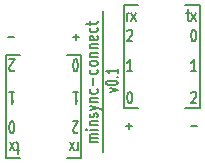
<source format=gto>
G04 #@! TF.GenerationSoftware,KiCad,Pcbnew,8.0.7*
G04 #@! TF.CreationDate,2025-01-22T20:06:29+01:00*
G04 #@! TF.ProjectId,minsync_connect,6d696e73-796e-4635-9f63-6f6e6e656374,rev?*
G04 #@! TF.SameCoordinates,Original*
G04 #@! TF.FileFunction,Legend,Top*
G04 #@! TF.FilePolarity,Positive*
%FSLAX46Y46*%
G04 Gerber Fmt 4.6, Leading zero omitted, Abs format (unit mm)*
G04 Created by KiCad (PCBNEW 8.0.7) date 2025-01-22 20:06:29*
%MOMM*%
%LPD*%
G01*
G04 APERTURE LIST*
%ADD10C,0.160000*%
%ADD11R,1.700000X1.700000*%
%ADD12C,1.700000*%
G04 APERTURE END LIST*
D10*
X155000000Y-34000000D02*
X155000000Y-46000000D01*
X155602632Y-40894737D02*
X156269299Y-40728070D01*
X156269299Y-40728070D02*
X155602632Y-40561403D01*
X155269299Y-40161404D02*
X155269299Y-40094737D01*
X155269299Y-40094737D02*
X155316918Y-40028070D01*
X155316918Y-40028070D02*
X155364537Y-39994737D01*
X155364537Y-39994737D02*
X155459775Y-39961404D01*
X155459775Y-39961404D02*
X155650251Y-39928070D01*
X155650251Y-39928070D02*
X155888346Y-39928070D01*
X155888346Y-39928070D02*
X156078822Y-39961404D01*
X156078822Y-39961404D02*
X156174060Y-39994737D01*
X156174060Y-39994737D02*
X156221680Y-40028070D01*
X156221680Y-40028070D02*
X156269299Y-40094737D01*
X156269299Y-40094737D02*
X156269299Y-40161404D01*
X156269299Y-40161404D02*
X156221680Y-40228070D01*
X156221680Y-40228070D02*
X156174060Y-40261404D01*
X156174060Y-40261404D02*
X156078822Y-40294737D01*
X156078822Y-40294737D02*
X155888346Y-40328070D01*
X155888346Y-40328070D02*
X155650251Y-40328070D01*
X155650251Y-40328070D02*
X155459775Y-40294737D01*
X155459775Y-40294737D02*
X155364537Y-40261404D01*
X155364537Y-40261404D02*
X155316918Y-40228070D01*
X155316918Y-40228070D02*
X155269299Y-40161404D01*
X156174060Y-39628070D02*
X156221680Y-39594737D01*
X156221680Y-39594737D02*
X156269299Y-39628070D01*
X156269299Y-39628070D02*
X156221680Y-39661403D01*
X156221680Y-39661403D02*
X156174060Y-39628070D01*
X156174060Y-39628070D02*
X156269299Y-39628070D01*
X156269299Y-38928070D02*
X156269299Y-39328070D01*
X156269299Y-39128070D02*
X155269299Y-39128070D01*
X155269299Y-39128070D02*
X155412156Y-39194737D01*
X155412156Y-39194737D02*
X155507394Y-39261404D01*
X155507394Y-39261404D02*
X155555013Y-39328070D01*
X154569299Y-45166666D02*
X153902632Y-45166666D01*
X153997870Y-45166666D02*
X153950251Y-45128571D01*
X153950251Y-45128571D02*
X153902632Y-45052381D01*
X153902632Y-45052381D02*
X153902632Y-44938095D01*
X153902632Y-44938095D02*
X153950251Y-44861904D01*
X153950251Y-44861904D02*
X154045489Y-44823809D01*
X154045489Y-44823809D02*
X154569299Y-44823809D01*
X154045489Y-44823809D02*
X153950251Y-44785714D01*
X153950251Y-44785714D02*
X153902632Y-44709523D01*
X153902632Y-44709523D02*
X153902632Y-44595238D01*
X153902632Y-44595238D02*
X153950251Y-44519047D01*
X153950251Y-44519047D02*
X154045489Y-44480952D01*
X154045489Y-44480952D02*
X154569299Y-44480952D01*
X154569299Y-44099999D02*
X153902632Y-44099999D01*
X153569299Y-44099999D02*
X153616918Y-44138095D01*
X153616918Y-44138095D02*
X153664537Y-44099999D01*
X153664537Y-44099999D02*
X153616918Y-44061904D01*
X153616918Y-44061904D02*
X153569299Y-44099999D01*
X153569299Y-44099999D02*
X153664537Y-44099999D01*
X153902632Y-43719047D02*
X154569299Y-43719047D01*
X153997870Y-43719047D02*
X153950251Y-43680952D01*
X153950251Y-43680952D02*
X153902632Y-43604762D01*
X153902632Y-43604762D02*
X153902632Y-43490476D01*
X153902632Y-43490476D02*
X153950251Y-43414285D01*
X153950251Y-43414285D02*
X154045489Y-43376190D01*
X154045489Y-43376190D02*
X154569299Y-43376190D01*
X154521680Y-43033333D02*
X154569299Y-42957142D01*
X154569299Y-42957142D02*
X154569299Y-42804761D01*
X154569299Y-42804761D02*
X154521680Y-42728571D01*
X154521680Y-42728571D02*
X154426441Y-42690475D01*
X154426441Y-42690475D02*
X154378822Y-42690475D01*
X154378822Y-42690475D02*
X154283584Y-42728571D01*
X154283584Y-42728571D02*
X154235965Y-42804761D01*
X154235965Y-42804761D02*
X154235965Y-42919047D01*
X154235965Y-42919047D02*
X154188346Y-42995237D01*
X154188346Y-42995237D02*
X154093108Y-43033333D01*
X154093108Y-43033333D02*
X154045489Y-43033333D01*
X154045489Y-43033333D02*
X153950251Y-42995237D01*
X153950251Y-42995237D02*
X153902632Y-42919047D01*
X153902632Y-42919047D02*
X153902632Y-42804761D01*
X153902632Y-42804761D02*
X153950251Y-42728571D01*
X153902632Y-42423809D02*
X154569299Y-42233333D01*
X153902632Y-42042856D02*
X154569299Y-42233333D01*
X154569299Y-42233333D02*
X154807394Y-42309523D01*
X154807394Y-42309523D02*
X154855013Y-42347618D01*
X154855013Y-42347618D02*
X154902632Y-42423809D01*
X153902632Y-41738094D02*
X154569299Y-41738094D01*
X153997870Y-41738094D02*
X153950251Y-41699999D01*
X153950251Y-41699999D02*
X153902632Y-41623809D01*
X153902632Y-41623809D02*
X153902632Y-41509523D01*
X153902632Y-41509523D02*
X153950251Y-41433332D01*
X153950251Y-41433332D02*
X154045489Y-41395237D01*
X154045489Y-41395237D02*
X154569299Y-41395237D01*
X154521680Y-40671427D02*
X154569299Y-40747618D01*
X154569299Y-40747618D02*
X154569299Y-40899999D01*
X154569299Y-40899999D02*
X154521680Y-40976189D01*
X154521680Y-40976189D02*
X154474060Y-41014284D01*
X154474060Y-41014284D02*
X154378822Y-41052380D01*
X154378822Y-41052380D02*
X154093108Y-41052380D01*
X154093108Y-41052380D02*
X153997870Y-41014284D01*
X153997870Y-41014284D02*
X153950251Y-40976189D01*
X153950251Y-40976189D02*
X153902632Y-40899999D01*
X153902632Y-40899999D02*
X153902632Y-40747618D01*
X153902632Y-40747618D02*
X153950251Y-40671427D01*
X154188346Y-40328570D02*
X154188346Y-39719047D01*
X154521680Y-38995237D02*
X154569299Y-39071428D01*
X154569299Y-39071428D02*
X154569299Y-39223809D01*
X154569299Y-39223809D02*
X154521680Y-39299999D01*
X154521680Y-39299999D02*
X154474060Y-39338094D01*
X154474060Y-39338094D02*
X154378822Y-39376190D01*
X154378822Y-39376190D02*
X154093108Y-39376190D01*
X154093108Y-39376190D02*
X153997870Y-39338094D01*
X153997870Y-39338094D02*
X153950251Y-39299999D01*
X153950251Y-39299999D02*
X153902632Y-39223809D01*
X153902632Y-39223809D02*
X153902632Y-39071428D01*
X153902632Y-39071428D02*
X153950251Y-38995237D01*
X154569299Y-38538095D02*
X154521680Y-38614285D01*
X154521680Y-38614285D02*
X154474060Y-38652380D01*
X154474060Y-38652380D02*
X154378822Y-38690476D01*
X154378822Y-38690476D02*
X154093108Y-38690476D01*
X154093108Y-38690476D02*
X153997870Y-38652380D01*
X153997870Y-38652380D02*
X153950251Y-38614285D01*
X153950251Y-38614285D02*
X153902632Y-38538095D01*
X153902632Y-38538095D02*
X153902632Y-38423809D01*
X153902632Y-38423809D02*
X153950251Y-38347618D01*
X153950251Y-38347618D02*
X153997870Y-38309523D01*
X153997870Y-38309523D02*
X154093108Y-38271428D01*
X154093108Y-38271428D02*
X154378822Y-38271428D01*
X154378822Y-38271428D02*
X154474060Y-38309523D01*
X154474060Y-38309523D02*
X154521680Y-38347618D01*
X154521680Y-38347618D02*
X154569299Y-38423809D01*
X154569299Y-38423809D02*
X154569299Y-38538095D01*
X153902632Y-37928570D02*
X154569299Y-37928570D01*
X153997870Y-37928570D02*
X153950251Y-37890475D01*
X153950251Y-37890475D02*
X153902632Y-37814285D01*
X153902632Y-37814285D02*
X153902632Y-37699999D01*
X153902632Y-37699999D02*
X153950251Y-37623808D01*
X153950251Y-37623808D02*
X154045489Y-37585713D01*
X154045489Y-37585713D02*
X154569299Y-37585713D01*
X153902632Y-37204760D02*
X154569299Y-37204760D01*
X153997870Y-37204760D02*
X153950251Y-37166665D01*
X153950251Y-37166665D02*
X153902632Y-37090475D01*
X153902632Y-37090475D02*
X153902632Y-36976189D01*
X153902632Y-36976189D02*
X153950251Y-36899998D01*
X153950251Y-36899998D02*
X154045489Y-36861903D01*
X154045489Y-36861903D02*
X154569299Y-36861903D01*
X154521680Y-36176188D02*
X154569299Y-36252379D01*
X154569299Y-36252379D02*
X154569299Y-36404760D01*
X154569299Y-36404760D02*
X154521680Y-36480950D01*
X154521680Y-36480950D02*
X154426441Y-36519046D01*
X154426441Y-36519046D02*
X154045489Y-36519046D01*
X154045489Y-36519046D02*
X153950251Y-36480950D01*
X153950251Y-36480950D02*
X153902632Y-36404760D01*
X153902632Y-36404760D02*
X153902632Y-36252379D01*
X153902632Y-36252379D02*
X153950251Y-36176188D01*
X153950251Y-36176188D02*
X154045489Y-36138093D01*
X154045489Y-36138093D02*
X154140727Y-36138093D01*
X154140727Y-36138093D02*
X154235965Y-36519046D01*
X154521680Y-35452379D02*
X154569299Y-35528570D01*
X154569299Y-35528570D02*
X154569299Y-35680951D01*
X154569299Y-35680951D02*
X154521680Y-35757141D01*
X154521680Y-35757141D02*
X154474060Y-35795236D01*
X154474060Y-35795236D02*
X154378822Y-35833332D01*
X154378822Y-35833332D02*
X154093108Y-35833332D01*
X154093108Y-35833332D02*
X153997870Y-35795236D01*
X153997870Y-35795236D02*
X153950251Y-35757141D01*
X153950251Y-35757141D02*
X153902632Y-35680951D01*
X153902632Y-35680951D02*
X153902632Y-35528570D01*
X153902632Y-35528570D02*
X153950251Y-35452379D01*
X153902632Y-35223808D02*
X153902632Y-34919046D01*
X153569299Y-35109522D02*
X154426441Y-35109522D01*
X154426441Y-35109522D02*
X154521680Y-35071427D01*
X154521680Y-35071427D02*
X154569299Y-34995237D01*
X154569299Y-34995237D02*
X154569299Y-34919046D01*
X147099999Y-40880700D02*
X147499999Y-40880700D01*
X147299999Y-40880700D02*
X147299999Y-41880700D01*
X147299999Y-41880700D02*
X147366666Y-41737843D01*
X147366666Y-41737843D02*
X147433333Y-41642605D01*
X147433333Y-41642605D02*
X147499999Y-41594986D01*
X147333333Y-44380700D02*
X147266666Y-44380700D01*
X147266666Y-44380700D02*
X147199999Y-44333081D01*
X147199999Y-44333081D02*
X147166666Y-44285462D01*
X147166666Y-44285462D02*
X147133333Y-44190224D01*
X147133333Y-44190224D02*
X147099999Y-43999748D01*
X147099999Y-43999748D02*
X147099999Y-43761653D01*
X147099999Y-43761653D02*
X147133333Y-43571177D01*
X147133333Y-43571177D02*
X147166666Y-43475939D01*
X147166666Y-43475939D02*
X147199999Y-43428320D01*
X147199999Y-43428320D02*
X147266666Y-43380700D01*
X147266666Y-43380700D02*
X147333333Y-43380700D01*
X147333333Y-43380700D02*
X147399999Y-43428320D01*
X147399999Y-43428320D02*
X147433333Y-43475939D01*
X147433333Y-43475939D02*
X147466666Y-43571177D01*
X147466666Y-43571177D02*
X147499999Y-43761653D01*
X147499999Y-43761653D02*
X147499999Y-43999748D01*
X147499999Y-43999748D02*
X147466666Y-44190224D01*
X147466666Y-44190224D02*
X147433333Y-44285462D01*
X147433333Y-44285462D02*
X147399999Y-44333081D01*
X147399999Y-44333081D02*
X147333333Y-44380700D01*
X152899999Y-44285462D02*
X152866666Y-44333081D01*
X152866666Y-44333081D02*
X152799999Y-44380700D01*
X152799999Y-44380700D02*
X152633333Y-44380700D01*
X152633333Y-44380700D02*
X152566666Y-44333081D01*
X152566666Y-44333081D02*
X152533333Y-44285462D01*
X152533333Y-44285462D02*
X152499999Y-44190224D01*
X152499999Y-44190224D02*
X152499999Y-44094986D01*
X152499999Y-44094986D02*
X152533333Y-43952129D01*
X152533333Y-43952129D02*
X152933333Y-43380700D01*
X152933333Y-43380700D02*
X152499999Y-43380700D01*
X152733333Y-39130700D02*
X152666666Y-39130700D01*
X152666666Y-39130700D02*
X152599999Y-39083081D01*
X152599999Y-39083081D02*
X152566666Y-39035462D01*
X152566666Y-39035462D02*
X152533333Y-38940224D01*
X152533333Y-38940224D02*
X152499999Y-38749748D01*
X152499999Y-38749748D02*
X152499999Y-38511653D01*
X152499999Y-38511653D02*
X152533333Y-38321177D01*
X152533333Y-38321177D02*
X152566666Y-38225939D01*
X152566666Y-38225939D02*
X152599999Y-38178320D01*
X152599999Y-38178320D02*
X152666666Y-38130700D01*
X152666666Y-38130700D02*
X152733333Y-38130700D01*
X152733333Y-38130700D02*
X152799999Y-38178320D01*
X152799999Y-38178320D02*
X152833333Y-38225939D01*
X152833333Y-38225939D02*
X152866666Y-38321177D01*
X152866666Y-38321177D02*
X152899999Y-38511653D01*
X152899999Y-38511653D02*
X152899999Y-38749748D01*
X152899999Y-38749748D02*
X152866666Y-38940224D01*
X152866666Y-38940224D02*
X152833333Y-39035462D01*
X152833333Y-39035462D02*
X152799999Y-39083081D01*
X152799999Y-39083081D02*
X152733333Y-39130700D01*
X152499999Y-40880700D02*
X152899999Y-40880700D01*
X152699999Y-40880700D02*
X152699999Y-41880700D01*
X152699999Y-41880700D02*
X152766666Y-41737843D01*
X152766666Y-41737843D02*
X152833333Y-41642605D01*
X152833333Y-41642605D02*
X152899999Y-41594986D01*
X147499999Y-39035462D02*
X147466666Y-39083081D01*
X147466666Y-39083081D02*
X147399999Y-39130700D01*
X147399999Y-39130700D02*
X147233333Y-39130700D01*
X147233333Y-39130700D02*
X147166666Y-39083081D01*
X147166666Y-39083081D02*
X147133333Y-39035462D01*
X147133333Y-39035462D02*
X147099999Y-38940224D01*
X147099999Y-38940224D02*
X147099999Y-38844986D01*
X147099999Y-38844986D02*
X147133333Y-38702129D01*
X147133333Y-38702129D02*
X147533333Y-38130700D01*
X147533333Y-38130700D02*
X147099999Y-38130700D01*
X147916666Y-45797367D02*
X147649999Y-45797367D01*
X147816666Y-46130700D02*
X147816666Y-45273558D01*
X147816666Y-45273558D02*
X147783333Y-45178320D01*
X147783333Y-45178320D02*
X147716666Y-45130700D01*
X147716666Y-45130700D02*
X147649999Y-45130700D01*
X147483333Y-45130700D02*
X147116666Y-45797367D01*
X147483333Y-45797367D02*
X147116666Y-45130700D01*
X152933333Y-45130700D02*
X152933333Y-45797367D01*
X152933333Y-45606891D02*
X152900000Y-45702129D01*
X152900000Y-45702129D02*
X152866666Y-45749748D01*
X152866666Y-45749748D02*
X152800000Y-45797367D01*
X152800000Y-45797367D02*
X152733333Y-45797367D01*
X152566667Y-45130700D02*
X152200000Y-45797367D01*
X152566667Y-45797367D02*
X152200000Y-45130700D01*
X157266667Y-40869299D02*
X157333333Y-40869299D01*
X157333333Y-40869299D02*
X157400000Y-40916918D01*
X157400000Y-40916918D02*
X157433333Y-40964537D01*
X157433333Y-40964537D02*
X157466667Y-41059775D01*
X157466667Y-41059775D02*
X157500000Y-41250251D01*
X157500000Y-41250251D02*
X157500000Y-41488346D01*
X157500000Y-41488346D02*
X157466667Y-41678822D01*
X157466667Y-41678822D02*
X157433333Y-41774060D01*
X157433333Y-41774060D02*
X157400000Y-41821680D01*
X157400000Y-41821680D02*
X157333333Y-41869299D01*
X157333333Y-41869299D02*
X157266667Y-41869299D01*
X157266667Y-41869299D02*
X157200000Y-41821680D01*
X157200000Y-41821680D02*
X157166667Y-41774060D01*
X157166667Y-41774060D02*
X157133333Y-41678822D01*
X157133333Y-41678822D02*
X157100000Y-41488346D01*
X157100000Y-41488346D02*
X157100000Y-41250251D01*
X157100000Y-41250251D02*
X157133333Y-41059775D01*
X157133333Y-41059775D02*
X157166667Y-40964537D01*
X157166667Y-40964537D02*
X157200000Y-40916918D01*
X157200000Y-40916918D02*
X157266667Y-40869299D01*
X162083333Y-34202632D02*
X162350000Y-34202632D01*
X162183333Y-33869299D02*
X162183333Y-34726441D01*
X162183333Y-34726441D02*
X162216667Y-34821680D01*
X162216667Y-34821680D02*
X162283333Y-34869299D01*
X162283333Y-34869299D02*
X162350000Y-34869299D01*
X162516667Y-34869299D02*
X162883333Y-34202632D01*
X162516667Y-34202632D02*
X162883333Y-34869299D01*
X162666667Y-35619299D02*
X162733333Y-35619299D01*
X162733333Y-35619299D02*
X162800000Y-35666918D01*
X162800000Y-35666918D02*
X162833333Y-35714537D01*
X162833333Y-35714537D02*
X162866667Y-35809775D01*
X162866667Y-35809775D02*
X162900000Y-36000251D01*
X162900000Y-36000251D02*
X162900000Y-36238346D01*
X162900000Y-36238346D02*
X162866667Y-36428822D01*
X162866667Y-36428822D02*
X162833333Y-36524060D01*
X162833333Y-36524060D02*
X162800000Y-36571680D01*
X162800000Y-36571680D02*
X162733333Y-36619299D01*
X162733333Y-36619299D02*
X162666667Y-36619299D01*
X162666667Y-36619299D02*
X162600000Y-36571680D01*
X162600000Y-36571680D02*
X162566667Y-36524060D01*
X162566667Y-36524060D02*
X162533333Y-36428822D01*
X162533333Y-36428822D02*
X162500000Y-36238346D01*
X162500000Y-36238346D02*
X162500000Y-36000251D01*
X162500000Y-36000251D02*
X162533333Y-35809775D01*
X162533333Y-35809775D02*
X162566667Y-35714537D01*
X162566667Y-35714537D02*
X162600000Y-35666918D01*
X162600000Y-35666918D02*
X162666667Y-35619299D01*
X157066666Y-34869299D02*
X157066666Y-34202632D01*
X157066666Y-34393108D02*
X157100000Y-34297870D01*
X157100000Y-34297870D02*
X157133333Y-34250251D01*
X157133333Y-34250251D02*
X157200000Y-34202632D01*
X157200000Y-34202632D02*
X157266666Y-34202632D01*
X157433333Y-34869299D02*
X157799999Y-34202632D01*
X157433333Y-34202632D02*
X157799999Y-34869299D01*
X157500000Y-39119299D02*
X157100000Y-39119299D01*
X157300000Y-39119299D02*
X157300000Y-38119299D01*
X157300000Y-38119299D02*
X157233333Y-38262156D01*
X157233333Y-38262156D02*
X157166667Y-38357394D01*
X157166667Y-38357394D02*
X157100000Y-38405013D01*
X162500000Y-40964537D02*
X162533333Y-40916918D01*
X162533333Y-40916918D02*
X162600000Y-40869299D01*
X162600000Y-40869299D02*
X162766667Y-40869299D01*
X162766667Y-40869299D02*
X162833333Y-40916918D01*
X162833333Y-40916918D02*
X162866667Y-40964537D01*
X162866667Y-40964537D02*
X162900000Y-41059775D01*
X162900000Y-41059775D02*
X162900000Y-41155013D01*
X162900000Y-41155013D02*
X162866667Y-41297870D01*
X162866667Y-41297870D02*
X162466667Y-41869299D01*
X162466667Y-41869299D02*
X162900000Y-41869299D01*
X157100000Y-35714537D02*
X157133333Y-35666918D01*
X157133333Y-35666918D02*
X157200000Y-35619299D01*
X157200000Y-35619299D02*
X157366667Y-35619299D01*
X157366667Y-35619299D02*
X157433333Y-35666918D01*
X157433333Y-35666918D02*
X157466667Y-35714537D01*
X157466667Y-35714537D02*
X157500000Y-35809775D01*
X157500000Y-35809775D02*
X157500000Y-35905013D01*
X157500000Y-35905013D02*
X157466667Y-36047870D01*
X157466667Y-36047870D02*
X157066667Y-36619299D01*
X157066667Y-36619299D02*
X157500000Y-36619299D01*
X162900000Y-39119299D02*
X162500000Y-39119299D01*
X162700000Y-39119299D02*
X162700000Y-38119299D01*
X162700000Y-38119299D02*
X162633333Y-38262156D01*
X162633333Y-38262156D02*
X162566667Y-38357394D01*
X162566667Y-38357394D02*
X162500000Y-38405013D01*
X146800000Y-37750000D02*
X148000000Y-37750000D01*
X146800000Y-46500000D02*
X146800000Y-37750000D01*
X146800000Y-46500000D02*
X148000000Y-46500000D01*
X147508000Y-36250000D02*
X147000000Y-36250000D01*
X152750000Y-35996000D02*
X152750000Y-36504000D01*
X153004000Y-36250000D02*
X152496000Y-36250000D01*
X153200000Y-37750000D02*
X152000000Y-37750000D01*
X153200000Y-46500000D02*
X152000000Y-46500000D01*
X153200000Y-46500000D02*
X153200000Y-37750000D01*
X156800000Y-33500000D02*
X156800000Y-42250000D01*
X156800000Y-33500000D02*
X158000000Y-33500000D01*
X156800000Y-42250000D02*
X158000000Y-42250000D01*
X156996000Y-43750000D02*
X157504000Y-43750000D01*
X157250000Y-44004000D02*
X157250000Y-43496000D01*
X162492000Y-43750000D02*
X163000000Y-43750000D01*
X163200000Y-33500000D02*
X162000000Y-33500000D01*
X163200000Y-33500000D02*
X163200000Y-42250000D01*
X163200000Y-42250000D02*
X162000000Y-42250000D01*
%LPC*%
D11*
X148730000Y-36190000D03*
D12*
X151270000Y-36190000D03*
X148730000Y-38730000D03*
X151270000Y-38730000D03*
X148730000Y-41270000D03*
X151270000Y-41270000D03*
X148730000Y-43810000D03*
X151270000Y-43810000D03*
D11*
X161270000Y-43810000D03*
D12*
X158730000Y-43810000D03*
X161270000Y-41270000D03*
X158730000Y-41270000D03*
X161270000Y-38730000D03*
X158730000Y-38730000D03*
X161270000Y-36190000D03*
X158730000Y-36190000D03*
%LPD*%
M02*

</source>
